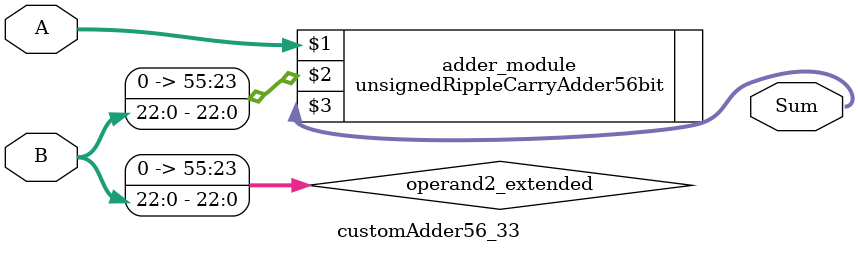
<source format=v>
module customAdder56_33(
                        input [55 : 0] A,
                        input [22 : 0] B,
                        
                        output [56 : 0] Sum
                );

        wire [55 : 0] operand2_extended;
        
        assign operand2_extended =  {33'b0, B};
        
        unsignedRippleCarryAdder56bit adder_module(
            A,
            operand2_extended,
            Sum
        );
        
        endmodule
        
</source>
